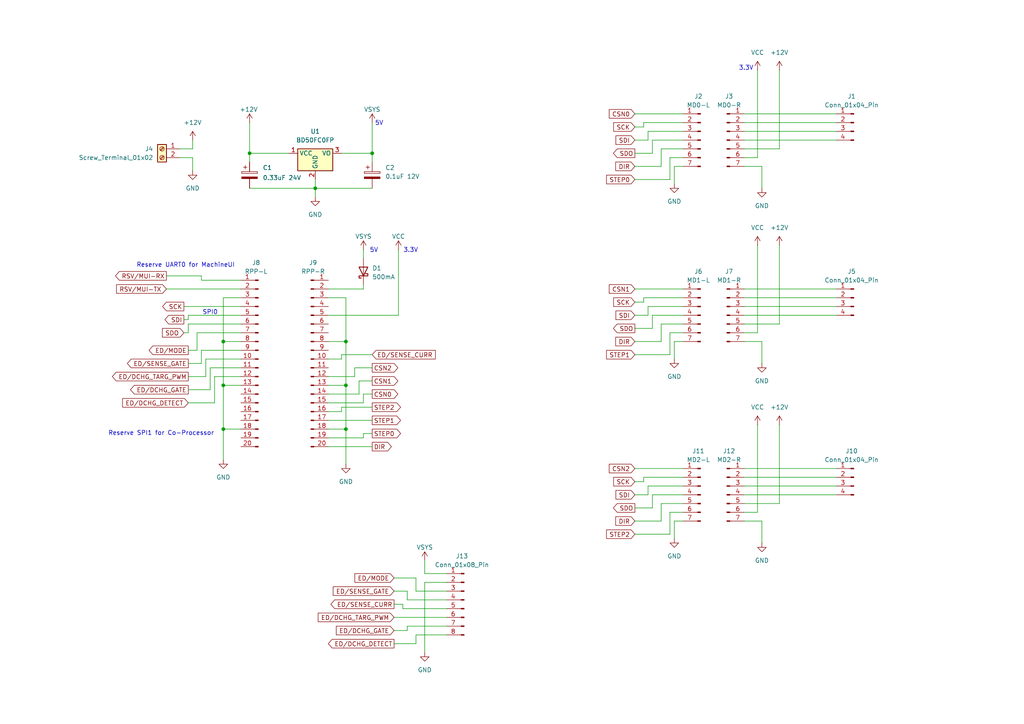
<source format=kicad_sch>
(kicad_sch (version 20231120) (generator "eeschema") (generator_version "8.0")
  (paper "A4")
  (lib_symbols
    (symbol "Connector:Conn_01x04_Pin" (pin_names (offset 1.016) hide)
      (property "Reference" "J" (at 0 5.08 0))
      (property "Value" "Conn_01x04_Pin" (at 0 -7.62 0))
      (symbol "Conn_01x04_Pin_1_1"
        (polyline (pts (xy 1.27 -5.08) (xy 0.8636 -5.08)) (stroke (width 0.1524)))
        (polyline (pts (xy 1.27 -2.54) (xy 0.8636 -2.54)) (stroke (width 0.1524)))
        (polyline (pts (xy 1.27 0) (xy 0.8636 0)) (stroke (width 0.1524)))
        (polyline (pts (xy 1.27 2.54) (xy 0.8636 2.54)) (stroke (width 0.1524)))
        (rectangle (start 0.8636 -4.953) (end 0 -5.207) (stroke (width 0.1524)) (fill (type outline)))
        (rectangle (start 0.8636 -2.413) (end 0 -2.667) (stroke (width 0.1524)) (fill (type outline)))
        (rectangle (start 0.8636 0.127) (end 0 -0.127) (stroke (width 0.1524)) (fill (type outline)))
        (rectangle (start 0.8636 2.667) (end 0 2.413) (stroke (width 0.1524)) (fill (type outline)))
        (pin passive line (at 5.08 2.54 180) (length 3.81) (name "Pin_1") (number "1"))
        (pin passive line (at 5.08 0 180) (length 3.81) (name "Pin_2") (number "2"))
        (pin passive line (at 5.08 -2.54 180) (length 3.81) (name "Pin_3") (number "3"))
        (pin passive line (at 5.08 -5.08 180) (length 3.81) (name "Pin_4") (number "4"))
      )
    )
    (symbol "Connector:Conn_01x07_Pin" (pin_names (offset 1.016) hide)
      (property "Reference" "J" (at 0 10.16 0))
      (property "Value" "Conn_01x07_Pin" (at 0 -10.16 0))
      (symbol "Conn_01x07_Pin_1_1"
        (polyline (pts (xy 1.27 -7.62) (xy 0.8636 -7.62)) (stroke (width 0.1524)))
        (polyline (pts (xy 1.27 -5.08) (xy 0.8636 -5.08)) (stroke (width 0.1524)))
        (polyline (pts (xy 1.27 -2.54) (xy 0.8636 -2.54)) (stroke (width 0.1524)))
        (polyline (pts (xy 1.27 0) (xy 0.8636 0)) (stroke (width 0.1524)))
        (polyline (pts (xy 1.27 2.54) (xy 0.8636 2.54)) (stroke (width 0.1524)))
        (polyline (pts (xy 1.27 5.08) (xy 0.8636 5.08)) (stroke (width 0.1524)))
        (polyline (pts (xy 1.27 7.62) (xy 0.8636 7.62)) (stroke (width 0.1524)))
        (rectangle (start 0.8636 -7.493) (end 0 -7.747) (stroke (width 0.1524)) (fill (type outline)))
        (rectangle (start 0.8636 -4.953) (end 0 -5.207) (stroke (width 0.1524)) (fill (type outline)))
        (rectangle (start 0.8636 -2.413) (end 0 -2.667) (stroke (width 0.1524)) (fill (type outline)))
        (rectangle (start 0.8636 0.127) (end 0 -0.127) (stroke (width 0.1524)) (fill (type outline)))
        (rectangle (start 0.8636 2.667) (end 0 2.413) (stroke (width 0.1524)) (fill (type outline)))
        (rectangle (start 0.8636 5.207) (end 0 4.953) (stroke (width 0.1524)) (fill (type outline)))
        (rectangle (start 0.8636 7.747) (end 0 7.493) (stroke (width 0.1524)) (fill (type outline)))
        (pin passive line (at 5.08 7.62 180) (length 3.81) (name "Pin_1") (number "1"))
        (pin passive line (at 5.08 5.08 180) (length 3.81) (name "Pin_2") (number "2"))
        (pin passive line (at 5.08 2.54 180) (length 3.81) (name "Pin_3") (number "3"))
        (pin passive line (at 5.08 0 180) (length 3.81) (name "Pin_4") (number "4"))
        (pin passive line (at 5.08 -2.54 180) (length 3.81) (name "Pin_5") (number "5"))
        (pin passive line (at 5.08 -5.08 180) (length 3.81) (name "Pin_6") (number "6"))
        (pin passive line (at 5.08 -7.62 180) (length 3.81) (name "Pin_7") (number "7"))
      )
    )
    (symbol "Connector:Conn_01x08_Pin" (pin_names (offset 1.016) hide)
      (property "Reference" "J" (at 0 10.16 0))
      (property "Value" "Conn_01x08_Pin" (at 0 -12.7 0))
      (symbol "Conn_01x08_Pin_1_1"
        (polyline (pts (xy 1.27 -10.16) (xy 0.8636 -10.16)) (stroke (width 0.1524)))
        (polyline (pts (xy 1.27 -7.62) (xy 0.8636 -7.62)) (stroke (width 0.1524)))
        (polyline (pts (xy 1.27 -5.08) (xy 0.8636 -5.08)) (stroke (width 0.1524)))
        (polyline (pts (xy 1.27 -2.54) (xy 0.8636 -2.54)) (stroke (width 0.1524)))
        (polyline (pts (xy 1.27 0) (xy 0.8636 0)) (stroke (width 0.1524)))
        (polyline (pts (xy 1.27 2.54) (xy 0.8636 2.54)) (stroke (width 0.1524)))
        (polyline (pts (xy 1.27 5.08) (xy 0.8636 5.08)) (stroke (width 0.1524)))
        (polyline (pts (xy 1.27 7.62) (xy 0.8636 7.62)) (stroke (width 0.1524)))
        (rectangle (start 0.8636 -10.033) (end 0 -10.287) (stroke (width 0.1524)) (fill (type outline)))
        (rectangle (start 0.8636 -7.493) (end 0 -7.747) (stroke (width 0.1524)) (fill (type outline)))
        (rectangle (start 0.8636 -4.953) (end 0 -5.207) (stroke (width 0.1524)) (fill (type outline)))
        (rectangle (start 0.8636 -2.413) (end 0 -2.667) (stroke (width 0.1524)) (fill (type outline)))
        (rectangle (start 0.8636 0.127) (end 0 -0.127) (stroke (width 0.1524)) (fill (type outline)))
        (rectangle (start 0.8636 2.667) (end 0 2.413) (stroke (width 0.1524)) (fill (type outline)))
        (rectangle (start 0.8636 5.207) (end 0 4.953) (stroke (width 0.1524)) (fill (type outline)))
        (rectangle (start 0.8636 7.747) (end 0 7.493) (stroke (width 0.1524)) (fill (type outline)))
        (pin passive line (at 5.08 7.62 180) (length 3.81) (name "Pin_1") (number "1"))
        (pin passive line (at 5.08 5.08 180) (length 3.81) (name "Pin_2") (number "2"))
        (pin passive line (at 5.08 2.54 180) (length 3.81) (name "Pin_3") (number "3"))
        (pin passive line (at 5.08 0 180) (length 3.81) (name "Pin_4") (number "4"))
        (pin passive line (at 5.08 -2.54 180) (length 3.81) (name "Pin_5") (number "5"))
        (pin passive line (at 5.08 -5.08 180) (length 3.81) (name "Pin_6") (number "6"))
        (pin passive line (at 5.08 -7.62 180) (length 3.81) (name "Pin_7") (number "7"))
        (pin passive line (at 5.08 -10.16 180) (length 3.81) (name "Pin_8") (number "8"))
      )
    )
    (symbol "Connector:Conn_01x20_Pin" (pin_names (offset 1.016) hide)
      (property "Reference" "J" (at 0 25.4 0))
      (property "Value" "Conn_01x20_Pin" (at 0 -27.94 0))
      (symbol "Conn_01x20_Pin_1_1"
        (polyline (pts (xy 1.27 -25.4) (xy 0.8636 -25.4)) (stroke (width 0.1524)))
        (polyline (pts (xy 1.27 -22.86) (xy 0.8636 -22.86)) (stroke (width 0.1524)))
        (polyline (pts (xy 1.27 -20.32) (xy 0.8636 -20.32)) (stroke (width 0.1524)))
        (polyline (pts (xy 1.27 -17.78) (xy 0.8636 -17.78)) (stroke (width 0.1524)))
        (polyline (pts (xy 1.27 -15.24) (xy 0.8636 -15.24)) (stroke (width 0.1524)))
        (polyline (pts (xy 1.27 -12.7) (xy 0.8636 -12.7)) (stroke (width 0.1524)))
        (polyline (pts (xy 1.27 -10.16) (xy 0.8636 -10.16)) (stroke (width 0.1524)))
        (polyline (pts (xy 1.27 -7.62) (xy 0.8636 -7.62)) (stroke (width 0.1524)))
        (polyline (pts (xy 1.27 -5.08) (xy 0.8636 -5.08)) (stroke (width 0.1524)))
        (polyline (pts (xy 1.27 -2.54) (xy 0.8636 -2.54)) (stroke (width 0.1524)))
        (polyline (pts (xy 1.27 0) (xy 0.8636 0)) (stroke (width 0.1524)))
        (polyline (pts (xy 1.27 2.54) (xy 0.8636 2.54)) (stroke (width 0.1524)))
        (polyline (pts (xy 1.27 5.08) (xy 0.8636 5.08)) (stroke (width 0.1524)))
        (polyline (pts (xy 1.27 7.62) (xy 0.8636 7.62)) (stroke (width 0.1524)))
        (polyline (pts (xy 1.27 10.16) (xy 0.8636 10.16)) (stroke (width 0.1524)))
        (polyline (pts (xy 1.27 12.7) (xy 0.8636 12.7)) (stroke (width 0.1524)))
        (polyline (pts (xy 1.27 15.24) (xy 0.8636 15.24)) (stroke (width 0.1524)))
        (polyline (pts (xy 1.27 17.78) (xy 0.8636 17.78)) (stroke (width 0.1524)))
        (polyline (pts (xy 1.27 20.32) (xy 0.8636 20.32)) (stroke (width 0.1524)))
        (polyline (pts (xy 1.27 22.86) (xy 0.8636 22.86)) (stroke (width 0.1524)))
        (rectangle (start 0.8636 -25.273) (end 0 -25.527) (stroke (width 0.1524)) (fill (type outline)))
        (rectangle (start 0.8636 -22.733) (end 0 -22.987) (stroke (width 0.1524)) (fill (type outline)))
        (rectangle (start 0.8636 -20.193) (end 0 -20.447) (stroke (width 0.1524)) (fill (type outline)))
        (rectangle (start 0.8636 -17.653) (end 0 -17.907) (stroke (width 0.1524)) (fill (type outline)))
        (rectangle (start 0.8636 -15.113) (end 0 -15.367) (stroke (width 0.1524)) (fill (type outline)))
        (rectangle (start 0.8636 -12.573) (end 0 -12.827) (stroke (width 0.1524)) (fill (type outline)))
        (rectangle (start 0.8636 -10.033) (end 0 -10.287) (stroke (width 0.1524)) (fill (type outline)))
        (rectangle (start 0.8636 -7.493) (end 0 -7.747) (stroke (width 0.1524)) (fill (type outline)))
        (rectangle (start 0.8636 -4.953) (end 0 -5.207) (stroke (width 0.1524)) (fill (type outline)))
        (rectangle (start 0.8636 -2.413) (end 0 -2.667) (stroke (width 0.1524)) (fill (type outline)))
        (rectangle (start 0.8636 0.127) (end 0 -0.127) (stroke (width 0.1524)) (fill (type outline)))
        (rectangle (start 0.8636 2.667) (end 0 2.413) (stroke (width 0.1524)) (fill (type outline)))
        (rectangle (start 0.8636 5.207) (end 0 4.953) (stroke (width 0.1524)) (fill (type outline)))
        (rectangle (start 0.8636 7.747) (end 0 7.493) (stroke (width 0.1524)) (fill (type outline)))
        (rectangle (start 0.8636 10.287) (end 0 10.033) (stroke (width 0.1524)) (fill (type outline)))
        (rectangle (start 0.8636 12.827) (end 0 12.573) (stroke (width 0.1524)) (fill (type outline)))
        (rectangle (start 0.8636 15.367) (end 0 15.113) (stroke (width 0.1524)) (fill (type outline)))
        (rectangle (start 0.8636 17.907) (end 0 17.653) (stroke (width 0.1524)) (fill (type outline)))
        (rectangle (start 0.8636 20.447) (end 0 20.193) (stroke (width 0.1524)) (fill (type outline)))
        (rectangle (start 0.8636 22.987) (end 0 22.733) (stroke (width 0.1524)) (fill (type outline)))
        (pin passive line (at 5.08 22.86 180) (length 3.81) (name "Pin_1") (number "1"))
        (pin passive line (at 5.08 0 180) (length 3.81) (name "Pin_10") (number "10"))
        (pin passive line (at 5.08 -2.54 180) (length 3.81) (name "Pin_11") (number "11"))
        (pin passive line (at 5.08 -5.08 180) (length 3.81) (name "Pin_12") (number "12"))
        (pin passive line (at 5.08 -7.62 180) (length 3.81) (name "Pin_13") (number "13"))
        (pin passive line (at 5.08 -10.16 180) (length 3.81) (name "Pin_14") (number "14"))
        (pin passive line (at 5.08 -12.7 180) (length 3.81) (name "Pin_15") (number "15"))
        (pin passive line (at 5.08 -15.24 180) (length 3.81) (name "Pin_16") (number "16"))
        (pin passive line (at 5.08 -17.78 180) (length 3.81) (name "Pin_17") (number "17"))
        (pin passive line (at 5.08 -20.32 180) (length 3.81) (name "Pin_18") (number "18"))
        (pin passive line (at 5.08 -22.86 180) (length 3.81) (name "Pin_19") (number "19"))
        (pin passive line (at 5.08 20.32 180) (length 3.81) (name "Pin_2") (number "2"))
        (pin passive line (at 5.08 -25.4 180) (length 3.81) (name "Pin_20") (number "20"))
        (pin passive line (at 5.08 17.78 180) (length 3.81) (name "Pin_3") (number "3"))
        (pin passive line (at 5.08 15.24 180) (length 3.81) (name "Pin_4") (number "4"))
        (pin passive line (at 5.08 12.7 180) (length 3.81) (name "Pin_5") (number "5"))
        (pin passive line (at 5.08 10.16 180) (length 3.81) (name "Pin_6") (number "6"))
        (pin passive line (at 5.08 7.62 180) (length 3.81) (name "Pin_7") (number "7"))
        (pin passive line (at 5.08 5.08 180) (length 3.81) (name "Pin_8") (number "8"))
        (pin passive line (at 5.08 2.54 180) (length 3.81) (name "Pin_9") (number "9"))
      )
    )
    (symbol "Connector:Screw_Terminal_01x02" (pin_names (offset 1.016) hide)
      (property "Reference" "J" (at 0 2.54 0))
      (property "Value" "Screw_Terminal_01x02" (at 0 -5.08 0))
      (symbol "Screw_Terminal_01x02_1_1"
        (rectangle (start -1.27 1.27) (end 1.27 -3.81) (stroke (width 0.254)) (fill (type background)))
        (circle (center 0 -2.54) (radius 0.635) (stroke (width 0.1524)))
        (polyline (pts (xy -0.5334 -2.2098) (xy 0.3302 -3.048)) (stroke (width 0.1524)))
        (polyline (pts (xy -0.5334 0.3302) (xy 0.3302 -0.508)) (stroke (width 0.1524)))
        (polyline (pts (xy -0.3556 -2.032) (xy 0.508 -2.8702)) (stroke (width 0.1524)))
        (polyline (pts (xy -0.3556 0.508) (xy 0.508 -0.3302)) (stroke (width 0.1524)))
        (circle (center 0 0) (radius 0.635) (stroke (width 0.1524)))
        (pin passive line (at -5.08 0 0) (length 3.81) (name "Pin_1") (number "1"))
        (pin passive line (at -5.08 -2.54 0) (length 3.81) (name "Pin_2") (number "2"))
      )
    )
    (symbol "Device:C_Polarized" (pin_numbers hide) (pin_names (offset 0.254))
      (property "Reference" "C" (at 0.635 2.54 0))
      (property "Value" "C_Polarized" (at 0.635 -2.54 0))
      (symbol "C_Polarized_0_1"
        (rectangle (start -2.286 0.508) (end 2.286 1.016))
        (polyline (pts (xy -1.778 2.286) (xy -0.762 2.286)))
        (polyline (pts (xy -1.27 2.794) (xy -1.27 1.778)))
        (rectangle (start 2.286 -0.508) (end -2.286 -1.016) (fill (type outline)))
      )
      (symbol "C_Polarized_1_1"
        (pin passive line (at 0 3.81 270) (length 2.794) (name "~") (number "1"))
        (pin passive line (at 0 -3.81 90) (length 2.794) (name "~") (number "2"))
      )
    )
    (symbol "Device:D_Schottky" (pin_numbers hide) (pin_names (offset 1.016) hide)
      (property "Reference" "D" (at 0 2.54 0))
      (property "Value" "D_Schottky" (at 0 -2.54 0))
      (symbol "D_Schottky_0_1"
        (polyline (pts (xy 1.27 0) (xy -1.27 0)))
        (polyline (pts (xy 1.27 1.27) (xy 1.27 -1.27) (xy -1.27 0) (xy 1.27 1.27)) (stroke (width 0.254)))
        (polyline (pts (xy -1.905 0.635) (xy -1.905 1.27) (xy -1.27 1.27) (xy -1.27 -1.27) (xy -0.635 -1.27) (xy -0.635 -0.635)) (stroke (width 0.254)))
      )
      (symbol "D_Schottky_1_1"
        (pin passive line (at -3.81 0 0) (length 2.54) (name "K") (number "1"))
        (pin passive line (at 3.81 0 180) (length 2.54) (name "A") (number "2"))
      )
    )
    (symbol "Regulator_Linear:BD50FC0FP"
      (property "Reference" "U" (at 0 7.62 0))
      (property "Value" "BD50FC0FP" (at 0 5.08 0))
      (symbol "BD50FC0FP_1_1"
        (rectangle (start -5.08 -5.08) (end 5.08 1.27) (stroke (width 0.254)) (fill (type background)))
        (pin power_in line (at -7.62 0 0) (length 2.54) (name "VCC") (number "1"))
        (pin power_in line (at 0 -7.62 90) (length 2.54) (name "GND") (number "2"))
        (pin power_out line (at 7.62 0 180) (length 2.54) (name "VO") (number "3"))
      )
    )
    (symbol "power:+12V" (power) (pin_numbers hide) (pin_names (offset 0) hide)
      (property "Value" "+12V" (at 0 3.556 0))
      (symbol "+12V_0_1"
        (polyline (pts (xy -0.762 1.27) (xy 0 2.54)))
        (polyline (pts (xy 0 0) (xy 0 2.54)))
        (polyline (pts (xy 0 2.54) (xy 0.762 1.27)))
      )
      (symbol "+12V_1_1"
        (pin power_in line (at 0 0 90) (length 0) (name "~") (number "1"))
      )
    )
    (symbol "power:GND" (power) (pin_numbers hide) (pin_names (offset 0) hide)
      (property "Value" "GND" (at 0 -3.81 0))
      (symbol "GND_0_1"
        (polyline (pts (xy 0 0) (xy 0 -1.27) (xy 1.27 -1.27) (xy 0 -2.54) (xy -1.27 -1.27) (xy 0 -1.27)))
      )
      (symbol "GND_1_1"
        (pin power_in line (at 0 0 270) (length 0) (name "~") (number "1"))
      )
    )
    (symbol "power:VCC" (power) (pin_numbers hide) (pin_names (offset 0) hide)
      (property "Value" "VCC" (at 0 3.556 0))
      (symbol "VCC_0_1"
        (polyline (pts (xy -0.762 1.27) (xy 0 2.54)))
        (polyline (pts (xy 0 0) (xy 0 2.54)))
        (polyline (pts (xy 0 2.54) (xy 0.762 1.27)))
      )
      (symbol "VCC_1_1"
        (pin power_in line (at 0 0 90) (length 0) (name "~") (number "1"))
      )
    )
  )
  (junction (at 64.77 99.06))
  (junction (at 72.39 44.45))
  (junction (at 100.33 111.76))
  (junction (at 64.77 111.76))
  (junction (at 107.95 44.45))
  (junction (at 100.33 124.46))
  (junction (at 100.33 99.06))
  (junction (at 64.77 124.46))
  (junction (at 91.44 54.61))
  (wire (pts (xy 53.34 88.9) (xy 69.85 88.9)))
  (wire (pts (xy 118.11 182.88) (xy 114.3 182.88)))
  (wire (pts (xy 184.15 48.26) (xy 191.77 48.26)))
  (wire (pts (xy 215.9 88.9) (xy 242.57 88.9)))
  (wire (pts (xy 189.23 147.32) (xy 184.15 147.32)))
  (wire (pts (xy 102.87 109.22) (xy 102.87 106.68)))
  (wire (pts (xy 95.25 129.54) (xy 107.95 129.54)))
  (wire (pts (xy 198.12 88.9) (xy 187.96 88.9)))
  (wire (pts (xy 195.58 48.26) (xy 195.58 53.34)))
  (wire (pts (xy 64.77 99.06) (xy 64.77 111.76)))
  (wire (pts (xy 184.15 87.63) (xy 186.69 87.63)))
  (wire (pts (xy 69.85 86.36) (xy 64.77 86.36)))
  (wire (pts (xy 123.19 162.56) (xy 123.19 166.37)))
  (wire (pts (xy 69.85 81.28) (xy 58.42 81.28)))
  (wire (pts (xy 62.23 116.84) (xy 54.61 116.84)))
  (wire (pts (xy 187.96 91.44) (xy 184.15 91.44)))
  (wire (pts (xy 95.25 114.3) (xy 104.14 114.3)))
  (wire (pts (xy 220.98 151.13) (xy 220.98 157.48)))
  (wire (pts (xy 215.9 143.51) (xy 242.57 143.51)))
  (wire (pts (xy 95.25 127) (xy 105.41 127)))
  (wire (pts (xy 105.41 127) (xy 105.41 125.73)))
  (wire (pts (xy 198.12 151.13) (xy 195.58 151.13)))
  (wire (pts (xy 69.85 101.6) (xy 58.42 101.6)))
  (wire (pts (xy 195.58 151.13) (xy 195.58 156.21)))
  (wire (pts (xy 194.31 96.52) (xy 194.31 102.87)))
  (wire (pts (xy 100.33 99.06) (xy 100.33 111.76)))
  (wire (pts (xy 215.9 146.05) (xy 226.06 146.05)))
  (wire (pts (xy 54.61 91.44) (xy 69.85 91.44)))
  (wire (pts (xy 198.12 148.59) (xy 194.31 148.59)))
  (wire (pts (xy 114.3 171.45) (xy 118.11 171.45)))
  (wire (pts (xy 220.98 99.06) (xy 220.98 105.41)))
  (wire (pts (xy 69.85 109.22) (xy 62.23 109.22)))
  (wire (pts (xy 48.26 83.82) (xy 69.85 83.82)))
  (wire (pts (xy 105.41 125.73) (xy 107.95 125.73)))
  (wire (pts (xy 95.25 109.22) (xy 102.87 109.22)))
  (wire (pts (xy 100.33 111.76) (xy 100.33 124.46)))
  (wire (pts (xy 114.3 186.69) (xy 120.65 186.69)))
  (wire (pts (xy 95.25 91.44) (xy 115.57 91.44)))
  (wire (pts (xy 53.34 92.71) (xy 54.61 92.71)))
  (wire (pts (xy 198.12 45.72) (xy 194.31 45.72)))
  (wire (pts (xy 215.9 40.64) (xy 242.57 40.64)))
  (wire (pts (xy 219.71 45.72) (xy 215.9 45.72)))
  (wire (pts (xy 215.9 93.98) (xy 226.06 93.98)))
  (wire (pts (xy 215.9 91.44) (xy 242.57 91.44)))
  (wire (pts (xy 69.85 111.76) (xy 64.77 111.76)))
  (wire (pts (xy 107.95 118.11) (xy 99.06 118.11)))
  (wire (pts (xy 107.95 35.56) (xy 107.95 44.45)))
  (wire (pts (xy 186.69 36.83) (xy 186.69 35.56)))
  (wire (pts (xy 54.61 92.71) (xy 54.61 91.44)))
  (wire (pts (xy 95.25 121.92) (xy 107.95 121.92)))
  (wire (pts (xy 120.65 167.64) (xy 120.65 171.45)))
  (wire (pts (xy 187.96 140.97) (xy 187.96 143.51)))
  (wire (pts (xy 55.88 43.18) (xy 52.07 43.18)))
  (wire (pts (xy 215.9 33.02) (xy 242.57 33.02)))
  (wire (pts (xy 57.15 96.52) (xy 57.15 101.6)))
  (wire (pts (xy 58.42 81.28) (xy 58.42 80.01)))
  (wire (pts (xy 198.12 99.06) (xy 195.58 99.06)))
  (wire (pts (xy 118.11 173.99) (xy 129.54 173.99)))
  (wire (pts (xy 187.96 38.1) (xy 187.96 40.64)))
  (wire (pts (xy 219.71 71.12) (xy 219.71 96.52)))
  (wire (pts (xy 129.54 181.61) (xy 118.11 181.61)))
  (wire (pts (xy 72.39 35.56) (xy 72.39 44.45)))
  (wire (pts (xy 59.69 104.14) (xy 59.69 109.22)))
  (wire (pts (xy 191.77 48.26) (xy 191.77 43.18)))
  (wire (pts (xy 219.71 148.59) (xy 215.9 148.59)))
  (wire (pts (xy 226.06 71.12) (xy 226.06 93.98)))
  (wire (pts (xy 64.77 133.35) (xy 64.77 124.46)))
  (wire (pts (xy 215.9 138.43) (xy 242.57 138.43)))
  (wire (pts (xy 189.23 40.64) (xy 189.23 44.45)))
  (wire (pts (xy 102.87 106.68) (xy 107.95 106.68)))
  (wire (pts (xy 191.77 151.13) (xy 191.77 146.05)))
  (wire (pts (xy 118.11 171.45) (xy 118.11 173.99)))
  (wire (pts (xy 69.85 106.68) (xy 60.96 106.68)))
  (wire (pts (xy 189.23 143.51) (xy 189.23 147.32)))
  (wire (pts (xy 198.12 91.44) (xy 189.23 91.44)))
  (wire (pts (xy 198.12 48.26) (xy 195.58 48.26)))
  (wire (pts (xy 215.9 48.26) (xy 220.98 48.26)))
  (wire (pts (xy 58.42 105.41) (xy 54.61 105.41)))
  (wire (pts (xy 95.25 86.36) (xy 100.33 86.36)))
  (wire (pts (xy 95.25 99.06) (xy 100.33 99.06)))
  (wire (pts (xy 219.71 20.32) (xy 219.71 45.72)))
  (wire (pts (xy 189.23 91.44) (xy 189.23 95.25)))
  (wire (pts (xy 186.69 138.43) (xy 198.12 138.43)))
  (wire (pts (xy 54.61 96.52) (xy 54.61 93.98)))
  (wire (pts (xy 215.9 151.13) (xy 220.98 151.13)))
  (wire (pts (xy 194.31 148.59) (xy 194.31 154.94)))
  (wire (pts (xy 198.12 140.97) (xy 187.96 140.97)))
  (wire (pts (xy 191.77 43.18) (xy 198.12 43.18)))
  (wire (pts (xy 91.44 54.61) (xy 91.44 57.15)))
  (wire (pts (xy 184.15 99.06) (xy 191.77 99.06)))
  (wire (pts (xy 69.85 104.14) (xy 59.69 104.14)))
  (wire (pts (xy 194.31 45.72) (xy 194.31 52.07)))
  (wire (pts (xy 100.33 124.46) (xy 100.33 134.62)))
  (wire (pts (xy 100.33 86.36) (xy 100.33 99.06)))
  (wire (pts (xy 105.41 72.39) (xy 105.41 74.93)))
  (wire (pts (xy 189.23 44.45) (xy 184.15 44.45)))
  (wire (pts (xy 123.19 168.91) (xy 129.54 168.91)))
  (wire (pts (xy 215.9 135.89) (xy 242.57 135.89)))
  (wire (pts (xy 105.41 116.84) (xy 105.41 114.3)))
  (wire (pts (xy 215.9 35.56) (xy 242.57 35.56)))
  (wire (pts (xy 104.14 114.3) (xy 104.14 110.49)))
  (wire (pts (xy 191.77 93.98) (xy 198.12 93.98)))
  (wire (pts (xy 184.15 102.87) (xy 194.31 102.87)))
  (wire (pts (xy 215.9 43.18) (xy 226.06 43.18)))
  (wire (pts (xy 58.42 101.6) (xy 58.42 105.41)))
  (wire (pts (xy 198.12 38.1) (xy 187.96 38.1)))
  (wire (pts (xy 55.88 45.72) (xy 55.88 49.53)))
  (wire (pts (xy 99.06 119.38) (xy 95.25 119.38)))
  (wire (pts (xy 91.44 52.07) (xy 91.44 54.61)))
  (wire (pts (xy 191.77 99.06) (xy 191.77 93.98)))
  (wire (pts (xy 69.85 99.06) (xy 64.77 99.06)))
  (wire (pts (xy 184.15 135.89) (xy 198.12 135.89)))
  (wire (pts (xy 195.58 99.06) (xy 195.58 104.14)))
  (wire (pts (xy 62.23 109.22) (xy 62.23 116.84)))
  (wire (pts (xy 123.19 166.37) (xy 129.54 166.37)))
  (wire (pts (xy 54.61 93.98) (xy 69.85 93.98)))
  (wire (pts (xy 58.42 80.01) (xy 48.26 80.01)))
  (wire (pts (xy 219.71 96.52) (xy 215.9 96.52)))
  (wire (pts (xy 72.39 54.61) (xy 91.44 54.61)))
  (wire (pts (xy 215.9 38.1) (xy 242.57 38.1)))
  (wire (pts (xy 184.15 139.7) (xy 186.69 139.7)))
  (wire (pts (xy 64.77 86.36) (xy 64.77 99.06)))
  (wire (pts (xy 215.9 140.97) (xy 242.57 140.97)))
  (wire (pts (xy 59.69 109.22) (xy 54.61 109.22)))
  (wire (pts (xy 120.65 171.45) (xy 129.54 171.45)))
  (wire (pts (xy 226.06 20.32) (xy 226.06 43.18)))
  (wire (pts (xy 95.25 124.46) (xy 100.33 124.46)))
  (wire (pts (xy 95.25 83.82) (xy 105.41 83.82)))
  (wire (pts (xy 115.57 72.39) (xy 115.57 91.44)))
  (wire (pts (xy 184.15 52.07) (xy 194.31 52.07)))
  (wire (pts (xy 215.9 86.36) (xy 242.57 86.36)))
  (wire (pts (xy 99.06 44.45) (xy 107.95 44.45)))
  (wire (pts (xy 118.11 181.61) (xy 118.11 182.88)))
  (wire (pts (xy 107.95 102.87) (xy 99.06 102.87)))
  (wire (pts (xy 186.69 86.36) (xy 198.12 86.36)))
  (wire (pts (xy 184.15 154.94) (xy 194.31 154.94)))
  (wire (pts (xy 184.15 36.83) (xy 186.69 36.83)))
  (wire (pts (xy 220.98 48.26) (xy 220.98 54.61)))
  (wire (pts (xy 60.96 106.68) (xy 60.96 113.03)))
  (wire (pts (xy 186.69 35.56) (xy 198.12 35.56)))
  (wire (pts (xy 95.25 111.76) (xy 100.33 111.76)))
  (wire (pts (xy 123.19 189.23) (xy 123.19 168.91)))
  (wire (pts (xy 226.06 123.19) (xy 226.06 146.05)))
  (wire (pts (xy 107.95 44.45) (xy 107.95 46.99)))
  (wire (pts (xy 99.06 102.87) (xy 99.06 104.14)))
  (wire (pts (xy 187.96 143.51) (xy 184.15 143.51)))
  (wire (pts (xy 99.06 118.11) (xy 99.06 119.38)))
  (wire (pts (xy 72.39 44.45) (xy 72.39 46.99)))
  (wire (pts (xy 60.96 113.03) (xy 54.61 113.03)))
  (wire (pts (xy 184.15 151.13) (xy 191.77 151.13)))
  (wire (pts (xy 104.14 110.49) (xy 107.95 110.49)))
  (wire (pts (xy 186.69 87.63) (xy 186.69 86.36)))
  (wire (pts (xy 129.54 176.53) (xy 116.84 176.53)))
  (wire (pts (xy 64.77 111.76) (xy 64.77 124.46)))
  (wire (pts (xy 116.84 176.53) (xy 116.84 175.26)))
  (wire (pts (xy 53.34 96.52) (xy 54.61 96.52)))
  (wire (pts (xy 198.12 40.64) (xy 189.23 40.64)))
  (wire (pts (xy 52.07 45.72) (xy 55.88 45.72)))
  (wire (pts (xy 215.9 99.06) (xy 220.98 99.06)))
  (wire (pts (xy 91.44 54.61) (xy 107.95 54.61)))
  (wire (pts (xy 184.15 83.82) (xy 198.12 83.82)))
  (wire (pts (xy 186.69 139.7) (xy 186.69 138.43)))
  (wire (pts (xy 114.3 167.64) (xy 120.65 167.64)))
  (wire (pts (xy 69.85 96.52) (xy 57.15 96.52)))
  (wire (pts (xy 215.9 83.82) (xy 242.57 83.82)))
  (wire (pts (xy 120.65 186.69) (xy 120.65 184.15)))
  (wire (pts (xy 55.88 40.64) (xy 55.88 43.18)))
  (wire (pts (xy 191.77 146.05) (xy 198.12 146.05)))
  (wire (pts (xy 189.23 95.25) (xy 184.15 95.25)))
  (wire (pts (xy 116.84 175.26) (xy 114.3 175.26)))
  (wire (pts (xy 184.15 33.02) (xy 198.12 33.02)))
  (wire (pts (xy 219.71 123.19) (xy 219.71 148.59)))
  (wire (pts (xy 187.96 88.9) (xy 187.96 91.44)))
  (wire (pts (xy 114.3 179.07) (xy 129.54 179.07)))
  (wire (pts (xy 187.96 40.64) (xy 184.15 40.64)))
  (wire (pts (xy 95.25 116.84) (xy 105.41 116.84)))
  (wire (pts (xy 64.77 124.46) (xy 69.85 124.46)))
  (wire (pts (xy 99.06 104.14) (xy 95.25 104.14)))
  (wire (pts (xy 198.12 143.51) (xy 189.23 143.51)))
  (wire (pts (xy 198.12 96.52) (xy 194.31 96.52)))
  (wire (pts (xy 105.41 114.3) (xy 107.95 114.3)))
  (wire (pts (xy 105.41 83.82) (xy 105.41 82.55)))
  (wire (pts (xy 120.65 184.15) (xy 129.54 184.15)))
  (wire (pts (xy 57.15 101.6) (xy 54.61 101.6)))
  (wire (pts (xy 72.39 44.45) (xy 83.82 44.45)))
  (text "SPI0" (at 60.96 90.678 0) (effects (font (size 1.27 1.27))))
  (text "Reserve SPI1 for Co-Processor" (at 46.736 125.73 0) (effects (font (size 1.27 1.27))))
  (text "5V" (at 108.458 72.644 0) (effects (font (size 1.27 1.27))))
  (text "5V" (exclude_from_sim yes) (at 109.982 35.814 0) (effects (font (size 1.27 1.27))))
  (text "Reserve UART0 for MachineUI" (at 53.848 76.962 0) (effects (font (size 1.27 1.27))))
  (text "3.3V" (at 119.126 72.644 0) (effects (font (size 1.27 1.27))))
  (text "3.3V" (at 216.408 19.812 0) (effects (font (size 1.27 1.27))))
  (global_label "SDI" (shape input) (at 184.15 143.51 180) (property "Intersheetrefs" "${INTERSHEET_REFS}" (effects (hide yes))))
  (global_label "STEP0" (shape input) (at 184.15 52.07 180) (property "Intersheetrefs" "${INTERSHEET_REFS}" (effects (hide yes))))
  (global_label "CSN2" (shape output) (at 107.95 106.68 0) (property "Intersheetrefs" "${INTERSHEET_REFS}" (effects (hide yes))))
  (global_label "ED{slash}MODE" (shape output) (at 54.61 101.6 180) (property "Intersheetrefs" "${INTERSHEET_REFS}" (effects (hide yes))))
  (global_label "DIR" (shape input) (at 184.15 151.13 180) (property "Intersheetrefs" "${INTERSHEET_REFS}" (effects (hide yes))))
  (global_label "ED{slash}SENSE_GATE" (shape input) (at 114.3 171.45 180) (property "Intersheetrefs" "${INTERSHEET_REFS}" (effects (hide yes))))
  (global_label "ED{slash}DCHG_TARG_PWM" (shape input) (at 114.3 179.07 180) (property "Intersheetrefs" "${INTERSHEET_REFS}" (effects (hide yes))))
  (global_label "SCK" (shape input) (at 184.15 87.63 180) (property "Intersheetrefs" "${INTERSHEET_REFS}" (effects (hide yes))))
  (global_label "SDO" (shape output) (at 184.15 95.25 180) (property "Intersheetrefs" "${INTERSHEET_REFS}" (effects (hide yes))))
  (global_label "ED{slash}SENSE_CURR" (shape output) (at 114.3 175.26 180) (property "Intersheetrefs" "${INTERSHEET_REFS}" (effects (hide yes))))
  (global_label "CSN0" (shape input) (at 184.15 33.02 180) (property "Intersheetrefs" "${INTERSHEET_REFS}" (effects (hide yes))))
  (global_label "STEP1" (shape output) (at 107.95 121.92 0) (property "Intersheetrefs" "${INTERSHEET_REFS}" (effects (hide yes))))
  (global_label "SCK" (shape input) (at 184.15 36.83 180) (property "Intersheetrefs" "${INTERSHEET_REFS}" (effects (hide yes))))
  (global_label "SDI" (shape input) (at 184.15 40.64 180) (property "Intersheetrefs" "${INTERSHEET_REFS}" (effects (hide yes))))
  (global_label "SCK" (shape input) (at 184.15 139.7 180) (property "Intersheetrefs" "${INTERSHEET_REFS}" (effects (hide yes))))
  (global_label "DIR" (shape input) (at 184.15 48.26 180) (property "Intersheetrefs" "${INTERSHEET_REFS}" (effects (hide yes))))
  (global_label "ED{slash}DCHG_TARG_PWM" (shape output) (at 54.61 109.22 180) (property "Intersheetrefs" "${INTERSHEET_REFS}" (effects (hide yes))))
  (global_label "ED{slash}DCHG_DETECT" (shape output) (at 114.3 186.69 180) (property "Intersheetrefs" "${INTERSHEET_REFS}" (effects (hide yes))))
  (global_label "SDO" (shape input) (at 53.34 96.52 180) (property "Intersheetrefs" "${INTERSHEET_REFS}" (effects (hide yes))))
  (global_label "STEP0" (shape output) (at 107.95 125.73 0) (property "Intersheetrefs" "${INTERSHEET_REFS}" (effects (hide yes))))
  (global_label "CSN0" (shape output) (at 107.95 114.3 0) (property "Intersheetrefs" "${INTERSHEET_REFS}" (effects (hide yes))))
  (global_label "ED{slash}DCHG_GATE" (shape output) (at 54.61 113.03 180) (property "Intersheetrefs" "${INTERSHEET_REFS}" (effects (hide yes))))
  (global_label "RSV{slash}MUI-TX" (shape input) (at 48.26 83.82 180) (property "Intersheetrefs" "${INTERSHEET_REFS}" (effects (hide yes))))
  (global_label "ED{slash}SENSE_GATE" (shape output) (at 54.61 105.41 180) (property "Intersheetrefs" "${INTERSHEET_REFS}" (effects (hide yes))))
  (global_label "ED{slash}SENSE_CURR" (shape input) (at 107.95 102.87 0) (property "Intersheetrefs" "${INTERSHEET_REFS}" (effects (hide yes))))
  (global_label "SDI" (shape output) (at 53.34 92.71 180) (property "Intersheetrefs" "${INTERSHEET_REFS}" (effects (hide yes))))
  (global_label "RSV{slash}MUI-RX" (shape output) (at 48.26 80.01 180) (property "Intersheetrefs" "${INTERSHEET_REFS}" (effects (hide yes))))
  (global_label "SDO" (shape output) (at 184.15 147.32 180) (property "Intersheetrefs" "${INTERSHEET_REFS}" (effects (hide yes))))
  (global_label "STEP2" (shape input) (at 184.15 154.94 180) (property "Intersheetrefs" "${INTERSHEET_REFS}" (effects (hide yes))))
  (global_label "CSN1" (shape output) (at 107.95 110.49 0) (property "Intersheetrefs" "${INTERSHEET_REFS}" (effects (hide yes))))
  (global_label "SDO" (shape output) (at 184.15 44.45 180) (property "Intersheetrefs" "${INTERSHEET_REFS}" (effects (hide yes))))
  (global_label "CSN1" (shape input) (at 184.15 83.82 180) (property "Intersheetrefs" "${INTERSHEET_REFS}" (effects (hide yes))))
  (global_label "SCK" (shape output) (at 53.34 88.9 180) (property "Intersheetrefs" "${INTERSHEET_REFS}" (effects (hide yes))))
  (global_label "STEP2" (shape output) (at 107.95 118.11 0) (property "Intersheetrefs" "${INTERSHEET_REFS}" (effects (hide yes))))
  (global_label "SDI" (shape input) (at 184.15 91.44 180) (property "Intersheetrefs" "${INTERSHEET_REFS}" (effects (hide yes))))
  (global_label "CSN2" (shape input) (at 184.15 135.89 180) (property "Intersheetrefs" "${INTERSHEET_REFS}" (effects (hide yes))))
  (global_label "DIR" (shape input) (at 184.15 99.06 180) (property "Intersheetrefs" "${INTERSHEET_REFS}" (effects (hide yes))))
  (global_label "DIR" (shape output) (at 107.95 129.54 0) (property "Intersheetrefs" "${INTERSHEET_REFS}" (effects (hide yes))))
  (global_label "ED{slash}DCHG_GATE" (shape input) (at 114.3 182.88 180) (property "Intersheetrefs" "${INTERSHEET_REFS}" (effects (hide yes))))
  (global_label "ED{slash}DCHG_DETECT" (shape input) (at 54.61 116.84 180) (property "Intersheetrefs" "${INTERSHEET_REFS}" (effects (hide yes))))
  (global_label "STEP1" (shape input) (at 184.15 102.87 180) (property "Intersheetrefs" "${INTERSHEET_REFS}" (effects (hide yes))))
  (global_label "ED{slash}MODE" (shape input) (at 114.3 167.64 180) (property "Intersheetrefs" "${INTERSHEET_REFS}" (effects (hide yes))))
  (symbol (lib_id "Device:D_Schottky") (at 105.41 78.74 90) (unit 1)
    (property "Reference" "D1" (at 107.95 77.7874 90) (effects (justify right)))
    (property "Value" "500mA" (at 107.95 80.3274 90) (effects (justify right)))
    (property "Footprint" "Diode_SMD:D_SOD-523" (effects (hide yes)))
    (property "Description" "Schottky diode" (effects (hide yes)))
  )
  (symbol (lib_id "Connector:Conn_01x07_Pin") (at 203.2 91.44 0) (mirror y) (unit 1)
    (property "Reference" "J6" (at 202.565 78.74 0))
    (property "Value" "MD1-L" (at 202.565 81.28 0))
    (property "Footprint" "Connector_PinSocket_2.54mm:PinSocket_1x07_P2.54mm_Vertical" (effects (hide yes)))
    (property "Description" "Generic connector, single row, 01x07, script generated" (effects (hide yes)))
    (property "LCSC" "C5371993" (effects (hide yes)))
  )
  (symbol (lib_id "power:GND") (at 195.58 104.14 0) (unit 1)
    (property "Reference" "#PWR014" (effects (hide yes)))
    (property "Value" "GND" (at 195.58 109.22 0))
    (property "Description" "Power symbol creates a global label with name \"GND\" , ground" (effects (hide yes)))
  )
  (symbol (lib_id "Connector:Conn_01x07_Pin") (at 203.2 40.64 0) (mirror y) (unit 1)
    (property "Reference" "J2" (at 202.565 27.94 0))
    (property "Value" "MD0-L" (at 202.565 30.48 0))
    (property "Footprint" "Connector_PinSocket_2.54mm:PinSocket_1x07_P2.54mm_Vertical" (effects (hide yes)))
    (property "Description" "Generic connector, single row, 01x07, script generated" (effects (hide yes)))
    (property "LCSC" "C5371993" (effects (hide yes)))
  )
  (symbol (lib_id "power:GND") (at 220.98 105.41 0) (unit 1)
    (property "Reference" "#PWR015" (effects (hide yes)))
    (property "Value" "GND" (at 220.98 110.49 0))
    (property "Description" "Power symbol creates a global label with name \"GND\" , ground" (effects (hide yes)))
  )
  (symbol (lib_id "Connector:Conn_01x07_Pin") (at 210.82 143.51 0) (unit 1)
    (property "Reference" "J12" (at 211.455 130.81 0))
    (property "Value" "MD2-R" (at 211.455 133.35 0))
    (property "Footprint" "Connector_PinSocket_2.54mm:PinSocket_1x07_P2.54mm_Vertical" (effects (hide yes)))
    (property "Description" "Generic connector, single row, 01x07, script generated" (effects (hide yes)))
    (property "LCSC" "C5371993" (effects (hide yes)))
  )
  (symbol (lib_id "Connector:Conn_01x08_Pin") (at 134.62 173.99 0) (mirror y) (unit 1)
    (property "Reference" "J13" (at 133.985 161.29 0))
    (property "Value" "Conn_01x08_Pin" (at 133.985 163.83 0))
    (property "Footprint" "SparkAll:CON_526100872_MOL" (effects (hide yes)))
    (property "Description" "Generic connector, single row, 01x08, script generated" (effects (hide yes)))
  )
  (symbol (lib_id "power:GND") (at 55.88 49.53 0) (unit 1)
    (property "Reference" "#PWR06" (effects (hide yes)))
    (property "Value" "GND" (at 55.88 54.61 0))
    (property "Description" "Power symbol creates a global label with name \"GND\" , ground" (effects (hide yes)))
  )
  (symbol (lib_id "power:GND") (at 100.33 134.62 0) (unit 1)
    (property "Reference" "#PWR019" (effects (hide yes)))
    (property "Value" "GND" (at 100.33 139.7 0))
    (property "Description" "Power symbol creates a global label with name \"GND\" , ground" (effects (hide yes)))
  )
  (symbol (lib_id "power:+12V") (at 226.06 71.12 0) (unit 1)
    (property "Reference" "#PWR011" (effects (hide yes)))
    (property "Value" "+12V" (at 226.06 66.04 0))
    (property "Description" "Power symbol creates a global label with name \"+12V\"" (effects (hide yes)))
  )
  (symbol (lib_id "power:VCC") (at 123.19 162.56 0) (unit 1)
    (property "Reference" "#PWR022" (effects (hide yes)))
    (property "Value" "VSYS" (at 123.19 158.75 0))
    (property "Description" "Power symbol creates a global label with name \"VCC\"" (effects (hide yes)))
  )
  (symbol (lib_id "Device:C_Polarized") (at 107.95 50.8 0) (unit 1)
    (property "Reference" "C2" (at 111.76 48.6409 0) (effects (justify left)))
    (property "Value" "0.1uF 12V" (at 111.76 51.1809 0) (effects (justify left)))
    (property "Footprint" "Resistor_SMD:R_0603_1608Metric" (effects (hide yes)))
    (property "Description" "Polarized capacitor" (effects (hide yes)))
  )
  (symbol (lib_id "power:GND") (at 195.58 53.34 0) (unit 1)
    (property "Reference" "#PWR07" (effects (hide yes)))
    (property "Value" "GND" (at 195.58 58.42 0))
    (property "Description" "Power symbol creates a global label with name \"GND\" , ground" (effects (hide yes)))
  )
  (symbol (lib_id "power:GND") (at 64.77 133.35 0) (unit 1)
    (property "Reference" "#PWR018" (effects (hide yes)))
    (property "Value" "GND" (at 64.77 138.43 0))
    (property "Description" "Power symbol creates a global label with name \"GND\" , ground" (effects (hide yes)))
  )
  (symbol (lib_id "power:+12V") (at 55.88 40.64 0) (unit 1)
    (property "Reference" "#PWR05" (effects (hide yes)))
    (property "Value" "+12V" (at 55.88 35.56 0))
    (property "Description" "Power symbol creates a global label with name \"+12V\"" (effects (hide yes)))
  )
  (symbol (lib_id "Connector:Screw_Terminal_01x02") (at 46.99 43.18 0) (mirror y) (unit 1)
    (property "Reference" "J4" (at 44.45 43.1799 0) (effects (justify left)))
    (property "Value" "Screw_Terminal_01x02" (at 44.45 45.7199 0) (effects (justify left)))
    (property "Footprint" "SparkAll:691137710002" (effects (hide yes)))
    (property "Description" "Generic screw terminal, single row, 01x02, script generated (kicad-library-utils/schlib/autogen/connector/)" (effects (hide yes)))
  )
  (symbol (lib_id "power:GND") (at 220.98 157.48 0) (unit 1)
    (property "Reference" "#PWR021" (effects (hide yes)))
    (property "Value" "GND" (at 220.98 162.56 0))
    (property "Description" "Power symbol creates a global label with name \"GND\" , ground" (effects (hide yes)))
  )
  (symbol (lib_id "Connector:Conn_01x07_Pin") (at 210.82 91.44 0) (unit 1)
    (property "Reference" "J7" (at 211.455 78.74 0))
    (property "Value" "MD1-R" (at 211.455 81.28 0))
    (property "Footprint" "Connector_PinSocket_2.54mm:PinSocket_1x07_P2.54mm_Vertical" (effects (hide yes)))
    (property "Description" "Generic connector, single row, 01x07, script generated" (effects (hide yes)))
    (property "LCSC" "C5371993" (effects (hide yes)))
  )
  (symbol (lib_id "power:VCC") (at 115.57 72.39 0) (unit 1)
    (property "Reference" "#PWR013" (effects (hide yes)))
    (property "Value" "VCC" (at 115.57 68.58 0))
    (property "Description" "Power symbol creates a global label with name \"VCC\"" (effects (hide yes)))
  )
  (symbol (lib_id "power:VCC") (at 219.71 123.19 0) (unit 1)
    (property "Reference" "#PWR016" (effects (hide yes)))
    (property "Value" "VCC" (at 219.71 118.11 0))
    (property "Description" "Power symbol creates a global label with name \"VCC\"" (effects (hide yes)))
  )
  (symbol (lib_id "Connector:Conn_01x04_Pin") (at 247.65 138.43 0) (mirror y) (unit 1)
    (property "Reference" "J10" (at 247.015 130.81 0))
    (property "Value" "Conn_01x04_Pin" (at 247.015 133.35 0))
    (property "Footprint" "Connector_JST:JST_XH_B4B-XH-A_1x04_P2.50mm_Vertical" (effects (hide yes)))
    (property "Description" "Generic connector, single row, 01x04, script generated" (effects (hide yes)))
    (property "LCSC" "C144395" (effects (hide yes)))
  )
  (symbol (lib_id "Regulator_Linear:BD50FC0FP") (at 91.44 44.45 0) (unit 1)
    (property "Reference" "U1" (at 91.44 38.1 0))
    (property "Value" "BD50FC0FP" (at 91.44 40.64 0))
    (property "Footprint" "Package_TO_SOT_SMD:TO-252-2" (effects (hide yes)))
    (property "Datasheet" "https://fscdn.rohm.com/en/products/databook/datasheet/ic/power/linear_regulator/bdxxfc0wefj-e.pdf" (effects (hide yes)))
    (property "Description" "1A, 5.0V LDO regulator with OVP & TSP, without enable, TO-252" (effects (hide yes)))
  )
  (symbol (lib_id "power:VCC") (at 107.95 35.56 0) (unit 1)
    (property "Reference" "#PWR04" (effects (hide yes)))
    (property "Value" "VSYS" (at 107.95 31.75 0))
    (property "Description" "Power symbol creates a global label with name \"VCC\"" (effects (hide yes)))
  )
  (symbol (lib_id "Connector:Conn_01x04_Pin") (at 247.65 35.56 0) (mirror y) (unit 1)
    (property "Reference" "J1" (at 247.015 27.94 0))
    (property "Value" "Conn_01x04_Pin" (at 247.015 30.48 0))
    (property "Footprint" "Connector_JST:JST_XH_B4B-XH-A_1x04_P2.50mm_Vertical" (effects (hide yes)))
    (property "Description" "Generic connector, single row, 01x04, script generated" (effects (hide yes)))
    (property "LCSC" "C144395" (effects (hide yes)))
  )
  (symbol (lib_id "power:+12V") (at 226.06 20.32 0) (unit 1)
    (property "Reference" "#PWR02" (effects (hide yes)))
    (property "Value" "+12V" (at 226.06 15.24 0))
    (property "Description" "Power symbol creates a global label with name \"+12V\"" (effects (hide yes)))
  )
  (symbol (lib_id "power:GND") (at 195.58 156.21 0) (unit 1)
    (property "Reference" "#PWR020" (effects (hide yes)))
    (property "Value" "GND" (at 195.58 161.29 0))
    (property "Description" "Power symbol creates a global label with name \"GND\" , ground" (effects (hide yes)))
  )
  (symbol (lib_id "Connector:Conn_01x07_Pin") (at 203.2 143.51 0) (mirror y) (unit 1)
    (property "Reference" "J11" (at 202.565 130.81 0))
    (property "Value" "MD2-L" (at 202.565 133.35 0))
    (property "Footprint" "Connector_PinSocket_2.54mm:PinSocket_1x07_P2.54mm_Vertical" (effects (hide yes)))
    (property "Description" "Generic connector, single row, 01x07, script generated" (effects (hide yes)))
    (property "LCSC" "C5371993" (effects (hide yes)))
  )
  (symbol (lib_id "Connector:Conn_01x20_Pin") (at 90.17 104.14 0) (unit 1)
    (property "Reference" "J9" (at 90.805 76.2 0))
    (property "Value" "RPP-R" (at 90.805 78.74 0))
    (property "Footprint" "Connector_PinSocket_2.54mm:PinSocket_1x20_P2.54mm_Vertical" (effects (hide yes)))
    (property "Description" "Generic connector, single row, 01x20, script generated" (effects (hide yes)))
    (property "LCSC" "C5224030" (effects (hide yes)))
  )
  (symbol (lib_id "power:VCC") (at 219.71 71.12 0) (unit 1)
    (property "Reference" "#PWR010" (effects (hide yes)))
    (property "Value" "VCC" (at 219.71 66.04 0))
    (property "Description" "Power symbol creates a global label with name \"VCC\"" (effects (hide yes)))
  )
  (symbol (lib_id "Connector:Conn_01x04_Pin") (at 247.65 86.36 0) (mirror y) (unit 1)
    (property "Reference" "J5" (at 247.015 78.74 0))
    (property "Value" "Conn_01x04_Pin" (at 247.015 81.28 0))
    (property "Footprint" "Connector_JST:JST_XH_B4B-XH-A_1x04_P2.50mm_Vertical" (effects (hide yes)))
    (property "Description" "Generic connector, single row, 01x04, script generated" (effects (hide yes)))
    (property "LCSC" "C144395" (effects (hide yes)))
  )
  (symbol (lib_id "power:+12V") (at 226.06 123.19 0) (unit 1)
    (property "Reference" "#PWR017" (effects (hide yes)))
    (property "Value" "+12V" (at 226.06 118.11 0))
    (property "Description" "Power symbol creates a global label with name \"+12V\"" (effects (hide yes)))
  )
  (symbol (lib_id "power:VCC") (at 105.41 72.39 0) (unit 1)
    (property "Reference" "#PWR012" (effects (hide yes)))
    (property "Value" "VSYS" (at 105.41 68.58 0))
    (property "Description" "Power symbol creates a global label with name \"VCC\"" (effects (hide yes)))
  )
  (symbol (lib_id "power:GND") (at 91.44 57.15 0) (unit 1)
    (property "Reference" "#PWR09" (effects (hide yes)))
    (property "Value" "GND" (at 91.44 62.23 0))
    (property "Description" "Power symbol creates a global label with name \"GND\" , ground" (effects (hide yes)))
  )
  (symbol (lib_id "Device:C_Polarized") (at 72.39 50.8 0) (unit 1)
    (property "Reference" "C1" (at 76.2 48.6409 0) (effects (justify left)))
    (property "Value" "0.33uF 24V" (at 76.2 51.562 0) (effects (justify left)))
    (property "Footprint" "Resistor_SMD:R_0603_1608Metric" (effects (hide yes)))
    (property "Description" "Polarized capacitor" (effects (hide yes)))
  )
  (symbol (lib_id "power:+12V") (at 72.39 35.56 0) (unit 1)
    (property "Reference" "#PWR03" (effects (hide yes)))
    (property "Value" "+12V" (at 72.136 31.75 0))
    (property "Description" "Power symbol creates a global label with name \"+12V\"" (effects (hide yes)))
  )
  (symbol (lib_id "power:VCC") (at 219.71 20.32 0) (unit 1)
    (property "Reference" "#PWR01" (effects (hide yes)))
    (property "Value" "VCC" (at 219.71 15.24 0))
    (property "Description" "Power symbol creates a global label with name \"VCC\"" (effects (hide yes)))
  )
  (symbol (lib_id "power:GND") (at 220.98 54.61 0) (unit 1)
    (property "Reference" "#PWR08" (effects (hide yes)))
    (property "Value" "GND" (at 220.98 59.69 0))
    (property "Description" "Power symbol creates a global label with name \"GND\" , ground" (effects (hide yes)))
  )
  (symbol (lib_id "Connector:Conn_01x20_Pin") (at 74.93 104.14 0) (mirror y) (unit 1)
    (property "Reference" "J8" (at 74.295 76.2 0))
    (property "Value" "RPP-L" (at 74.295 78.74 0))
    (property "Footprint" "Connector_PinSocket_2.54mm:PinSocket_1x20_P2.54mm_Vertical" (effects (hide yes)))
    (property "Description" "Generic connector, single row, 01x20, script generated" (effects (hide yes)))
    (property "LCSC" "C5224030" (effects (hide yes)))
  )
  (symbol (lib_id "power:GND") (at 123.19 189.23 0) (unit 1)
    (property "Reference" "#PWR023" (effects (hide yes)))
    (property "Value" "GND" (at 123.19 194.31 0))
    (property "Description" "Power symbol creates a global label with name \"GND\" , ground" (effects (hide yes)))
  )
  (symbol (lib_id "Connector:Conn_01x07_Pin") (at 210.82 40.64 0) (unit 1)
    (property "Reference" "J3" (at 211.455 27.94 0))
    (property "Value" "MD0-R" (at 211.455 30.48 0))
    (property "Footprint" "Connector_PinSocket_2.54mm:PinSocket_1x07_P2.54mm_Vertical" (effects (hide yes)))
    (property "Description" "Generic connector, single row, 01x07, script generated" (effects (hide yes)))
    (property "LCSC" "C5371993" (effects (hide yes)))
  )
)
</source>
